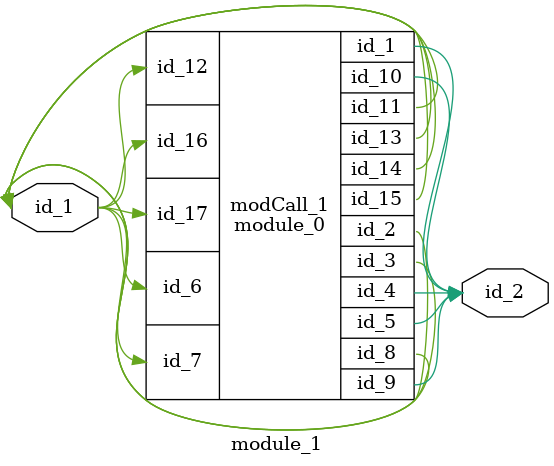
<source format=v>
module module_0 (
    id_1,
    id_2,
    id_3,
    id_4,
    id_5,
    id_6,
    id_7,
    id_8,
    id_9,
    id_10,
    id_11,
    id_12,
    id_13,
    id_14,
    id_15,
    id_16,
    id_17
);
  input wire id_17;
  input wire id_16;
  inout wire id_15;
  inout wire id_14;
  inout wire id_13;
  input wire id_12;
  inout wire id_11;
  output wire id_10;
  output wire id_9;
  inout wire id_8;
  input wire id_7;
  input wire id_6;
  output wire id_5;
  output wire id_4;
  output wire id_3;
  output wire id_2;
  output wire id_1;
endmodule
module module_1 (
    id_1,
    id_2
);
  output wire id_2;
  module_0 modCall_1 (
      id_2,
      id_1,
      id_1,
      id_2,
      id_2,
      id_1,
      id_1,
      id_1,
      id_2,
      id_2,
      id_1,
      id_1,
      id_1,
      id_1,
      id_1,
      id_1,
      id_1
  );
  inout wire id_1;
  wire id_3;
  parameter id_4 = 1;
  wire id_5;
  ;
  wire id_6, id_7, id_8;
endmodule

</source>
